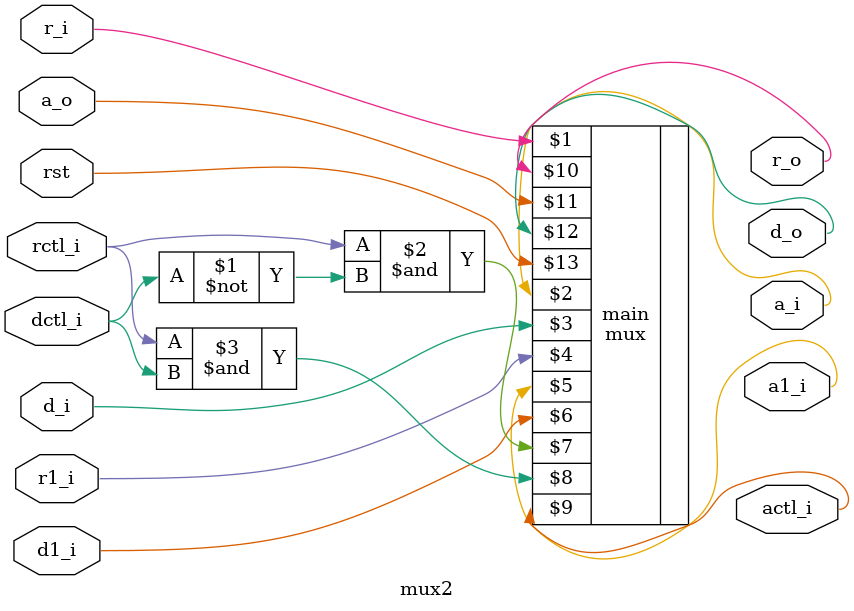
<source format=sv>
`ifndef __mux2

`include "mux.sv"

(* keep_hierarchy *)
module mux2 #(
    parameter Rpol = 1'b0, // reset polarity (rst=rpol => reset)

    parameter N = 32'b1,

    parameter NATIVE = 1'b1 // don't optimize
  ) (
  input r_i,
  output a_i,
  input [N-1:0] d_i,

  input r1_i,
  output a1_i,
  input [N-1:0] d1_i,

  input rctl_i,
  input dctl_i,
  output actl_i,

  output r_o,
  input a_o,
  output [N-1:0] d_o,

  input rst);

  mux #(.Rpol(Rpol), .N(N), .NATIVE(NATIVE)) main (
    r_i, a_i, d_i,
    r1_i, a1_i, d1_i,
    rctl_i & ~dctl_i, rctl_i & dctl_i, actl_i,
    r_o, a_o, d_o,
    rst
    );

endmodule

`define __mux2
`endif

</source>
